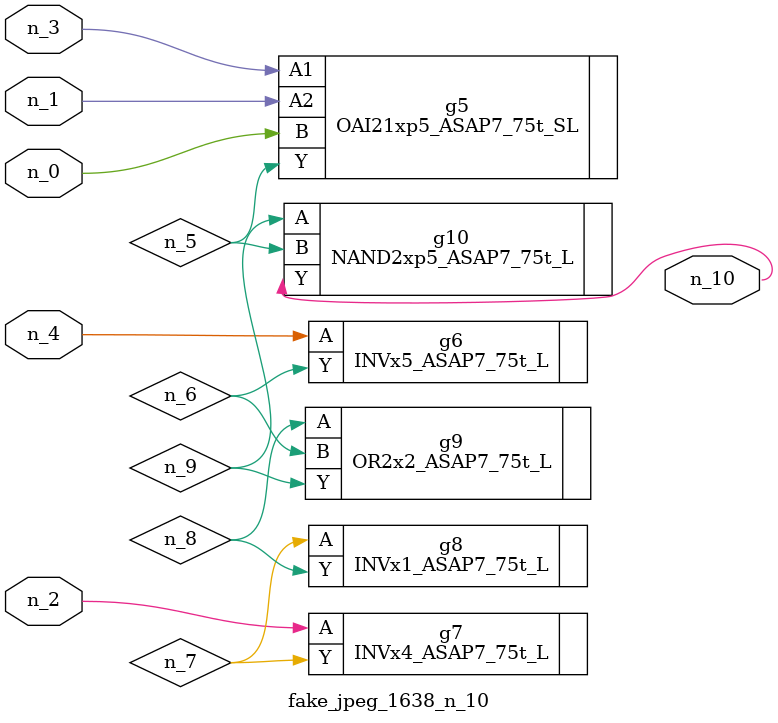
<source format=v>
module fake_jpeg_1638_n_10 (n_3, n_2, n_1, n_0, n_4, n_10);

input n_3;
input n_2;
input n_1;
input n_0;
input n_4;

output n_10;

wire n_8;
wire n_9;
wire n_6;
wire n_5;
wire n_7;

OAI21xp5_ASAP7_75t_SL g5 ( 
.A1(n_3),
.A2(n_1),
.B(n_0),
.Y(n_5)
);

INVx5_ASAP7_75t_L g6 ( 
.A(n_4),
.Y(n_6)
);

INVx4_ASAP7_75t_L g7 ( 
.A(n_2),
.Y(n_7)
);

INVx1_ASAP7_75t_L g8 ( 
.A(n_7),
.Y(n_8)
);

OR2x2_ASAP7_75t_L g9 ( 
.A(n_8),
.B(n_6),
.Y(n_9)
);

NAND2xp5_ASAP7_75t_L g10 ( 
.A(n_9),
.B(n_5),
.Y(n_10)
);


endmodule
</source>
